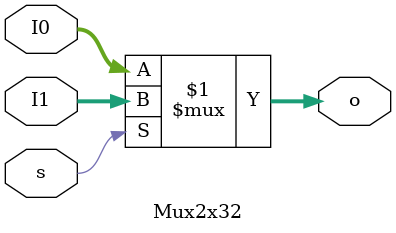
<source format=v>
`timescale 1ns / 1ps

module Mux2x32(
    input   [31:0]  I0,
    input   [31:0]  I1,
    input           s,
    output  [31:0]  o
);
    assign o = s ? I1 : I0;
endmodule
</source>
